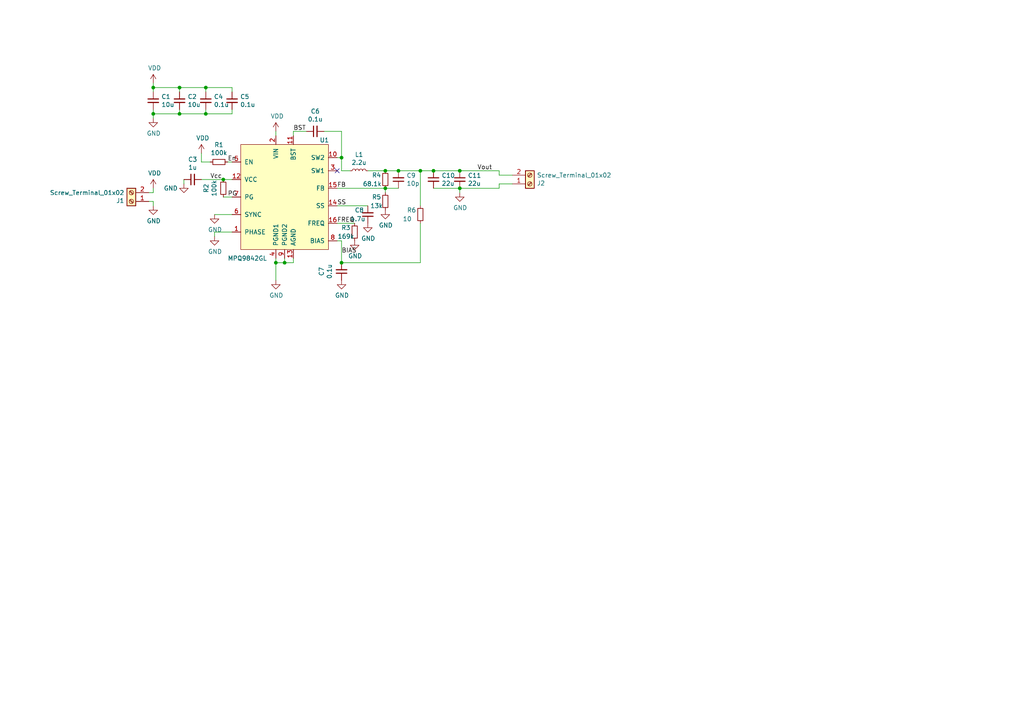
<source format=kicad_sch>
(kicad_sch (version 20211123) (generator eeschema)
  (paper "A4")
  (lib_symbols
    (symbol "Connector:Screw_Terminal_01x02" (pin_names (offset 1.016) hide)
      (property "Reference" "J" (at 0 2.54 0))
      (property "Value" "Screw_Terminal_01x02" (at 0 -5.08 0))
      (symbol "Screw_Terminal_01x02_1_1"
        (rectangle (start -1.27 1.27) (end 1.27 -3.81) (stroke (width 0.254)) (fill (type background)))
        (circle (center 0 -2.54) (radius 0.635) (stroke (width 0.1524)))
        (polyline (pts (xy -0.5334 -2.2098) (xy 0.3302 -3.048)) (stroke (width 0.1524)))
        (polyline (pts (xy -0.5334 0.3302) (xy 0.3302 -0.508)) (stroke (width 0.1524)))
        (polyline (pts (xy -0.3556 -2.032) (xy 0.508 -2.8702)) (stroke (width 0.1524)))
        (polyline (pts (xy -0.3556 0.508) (xy 0.508 -0.3302)) (stroke (width 0.1524)))
        (circle (center 0 0) (radius 0.635) (stroke (width 0.1524)))
        (pin passive line (at -5.08 0 0) (length 3.81) (name "Pin_1") (number "1"))
        (pin passive line (at -5.08 -2.54 0) (length 3.81) (name "Pin_2") (number "2"))
      )
    )
    (symbol "Device:C_Small" (pin_numbers hide) (pin_names (offset 0.254) hide)
      (property "Reference" "C" (at 0.254 1.778 0))
      (property "Value" "C_Small" (at 0.254 -2.032 0))
      (symbol "C_Small_0_1"
        (polyline (pts (xy -1.524 -0.508) (xy 1.524 -0.508)) (stroke (width 0.3302)))
        (polyline (pts (xy -1.524 0.508) (xy 1.524 0.508)) (stroke (width 0.3048)))
      )
      (symbol "C_Small_1_1"
        (pin passive line (at 0 2.54 270) (length 2.032) (name "~") (number "1"))
        (pin passive line (at 0 -2.54 90) (length 2.032) (name "~") (number "2"))
      )
    )
    (symbol "Device:L_Small" (pin_numbers hide) (pin_names (offset 0.254) hide)
      (property "Reference" "L" (at 0.762 1.016 0))
      (property "Value" "L_Small" (at 0.762 -1.016 0))
      (symbol "L_Small_0_1"
        (arc (start 0 -2.032) (mid 0.508 -1.524) (end 0 -1.016))
        (arc (start 0 -1.016) (mid 0.508 -0.508) (end 0 0))
        (arc (start 0 0) (mid 0.508 0.508) (end 0 1.016))
        (arc (start 0 1.016) (mid 0.508 1.524) (end 0 2.032))
      )
      (symbol "L_Small_1_1"
        (pin passive line (at 0 2.54 270) (length 0.508) (name "~") (number "1"))
        (pin passive line (at 0 -2.54 90) (length 0.508) (name "~") (number "2"))
      )
    )
    (symbol "Device:R_Small" (pin_numbers hide) (pin_names (offset 0.254) hide)
      (property "Reference" "R" (at 0.762 0.508 0))
      (property "Value" "R_Small" (at 0.762 -1.016 0))
      (symbol "R_Small_0_1"
        (rectangle (start -0.762 1.778) (end 0.762 -1.778) (stroke (width 0.2032)))
      )
      (symbol "R_Small_1_1"
        (pin passive line (at 0 2.54 270) (length 0.762) (name "~") (number "1"))
        (pin passive line (at 0 -2.54 90) (length 0.762) (name "~") (number "2"))
      )
    )
    (symbol "buck_lib:MPQ9842GL" (pin_names (offset 1.016))
      (property "Reference" "U" (at 10.16 17.78 0))
      (property "Value" "MPQ9842GL" (at -11.43 -16.51 0))
      (symbol "MPQ9842GL_0_1"
        (rectangle (start -12.7 15.24) (end 12.7 -15.24) (fill (type background)))
      )
      (symbol "MPQ9842GL_1_1"
        (pin input line (at -15.24 -10.16 0) (length 2.54) (name "PHASE") (number "1"))
        (pin input line (at 15.24 11.43 180) (length 2.54) (name "SW2") (number "10"))
        (pin input line (at 2.54 17.78 270) (length 2.54) (name "BST") (number "11"))
        (pin input line (at -15.24 5.08 0) (length 2.54) (name "VCC") (number "12"))
        (pin input line (at 2.54 -17.78 90) (length 2.54) (name "AGND") (number "13"))
        (pin input line (at 15.24 -2.54 180) (length 2.54) (name "SS") (number "14"))
        (pin input line (at 15.24 2.54 180) (length 2.54) (name "FB") (number "15"))
        (pin input line (at 15.24 -7.62 180) (length 2.54) (name "FREQ") (number "16"))
        (pin input line (at -2.54 17.78 270) (length 2.54) (name "VIN") (number "2"))
        (pin input line (at 15.24 7.62 180) (length 2.54) (name "SW1") (number "3"))
        (pin input line (at -2.54 -17.78 90) (length 2.54) (name "PGND1") (number "4"))
        (pin input line (at -15.24 10.16 0) (length 2.54) (name "EN") (number "5"))
        (pin input line (at -15.24 -5.08 0) (length 2.54) (name "SYNC") (number "6"))
        (pin input line (at -15.24 0 0) (length 2.54) (name "PG") (number "7"))
        (pin input line (at 15.24 -12.7 180) (length 2.54) (name "BIAS") (number "8"))
        (pin input line (at 0 -17.78 90) (length 2.54) (name "PGND2") (number "9"))
      )
    )
    (symbol "power:GND" (power) (pin_names (offset 0))
      (property "Value" "GND" (at 0 -3.81 0))
      (symbol "GND_0_1"
        (polyline (pts (xy 0 0) (xy 0 -1.27) (xy 1.27 -1.27) (xy 0 -2.54) (xy -1.27 -1.27) (xy 0 -1.27)))
      )
      (symbol "GND_1_1"
        (pin power_in line (at 0 0 270) (length 0) hide (name "GND") (number "1"))
      )
    )
    (symbol "power:VDD" (power) (pin_names (offset 0))
      (property "Value" "VDD" (at 0 3.81 0))
      (symbol "VDD_0_1"
        (polyline (pts (xy -0.762 1.27) (xy 0 2.54)))
        (polyline (pts (xy 0 0) (xy 0 2.54)))
        (polyline (pts (xy 0 2.54) (xy 0.762 1.27)))
      )
      (symbol "VDD_1_1"
        (pin power_in line (at 0 0 90) (length 0) hide (name "VDD") (number "1"))
      )
    )
  )
  (junction (at 44.45 33.02))
  (junction (at 44.45 25.4))
  (junction (at 82.55 76.2))
  (junction (at 59.69 33.02))
  (junction (at 125.73 49.53))
  (junction (at 64.77 52.07))
  (junction (at 99.06 45.72))
  (junction (at 133.35 54.61))
  (junction (at 52.07 25.4))
  (junction (at 52.07 33.02))
  (junction (at 133.35 49.53))
  (junction (at 111.76 49.53))
  (junction (at 115.57 49.53))
  (junction (at 111.76 54.61))
  (junction (at 80.01 76.2))
  (junction (at 59.69 25.4))
  (junction (at 99.06 76.2))
  (junction (at 121.92 49.53))
  (no_connect (at 97.79 49.53))
  (wire (pts (xy 67.31 25.4) (xy 67.31 26.67)))
  (wire (pts (xy 80.01 76.2) (xy 80.01 81.28)))
  (wire (pts (xy 106.68 49.53) (xy 111.76 49.53)))
  (wire (pts (xy 62.23 62.23) (xy 67.31 62.23)))
  (wire (pts (xy 133.35 54.61) (xy 144.78 54.61)))
  (wire (pts (xy 59.69 25.4) (xy 67.31 25.4)))
  (wire (pts (xy 82.55 76.2) (xy 82.55 74.93)))
  (wire (pts (xy 52.07 25.4) (xy 59.69 25.4)))
  (wire (pts (xy 53.34 53.34) (xy 53.34 52.07)))
  (wire (pts (xy 66.04 46.99) (xy 67.31 46.99)))
  (wire (pts (xy 111.76 55.88) (xy 111.76 54.61)))
  (wire (pts (xy 133.35 55.88) (xy 133.35 54.61)))
  (wire (pts (xy 125.73 54.61) (xy 133.35 54.61)))
  (wire (pts (xy 121.92 49.53) (xy 115.57 49.53)))
  (wire (pts (xy 44.45 33.02) (xy 44.45 31.75)))
  (wire (pts (xy 97.79 45.72) (xy 99.06 45.72)))
  (wire (pts (xy 59.69 33.02) (xy 67.31 33.02)))
  (wire (pts (xy 85.09 39.37) (xy 85.09 38.1)))
  (wire (pts (xy 93.98 38.1) (xy 99.06 38.1)))
  (wire (pts (xy 111.76 54.61) (xy 115.57 54.61)))
  (wire (pts (xy 43.18 55.88) (xy 44.45 55.88)))
  (wire (pts (xy 99.06 49.53) (xy 101.6 49.53)))
  (wire (pts (xy 115.57 49.53) (xy 111.76 49.53)))
  (wire (pts (xy 44.45 25.4) (xy 44.45 24.13)))
  (wire (pts (xy 44.45 25.4) (xy 52.07 25.4)))
  (wire (pts (xy 85.09 76.2) (xy 85.09 74.93)))
  (wire (pts (xy 133.35 49.53) (xy 144.78 49.53)))
  (wire (pts (xy 80.01 76.2) (xy 82.55 76.2)))
  (wire (pts (xy 62.23 67.31) (xy 67.31 67.31)))
  (wire (pts (xy 121.92 49.53) (xy 125.73 49.53)))
  (wire (pts (xy 144.78 50.8) (xy 144.78 49.53)))
  (wire (pts (xy 44.45 58.42) (xy 43.18 58.42)))
  (wire (pts (xy 125.73 49.53) (xy 133.35 49.53)))
  (wire (pts (xy 44.45 55.88) (xy 44.45 54.61)))
  (wire (pts (xy 58.42 46.99) (xy 60.96 46.99)))
  (wire (pts (xy 99.06 45.72) (xy 99.06 49.53)))
  (wire (pts (xy 111.76 54.61) (xy 97.79 54.61)))
  (wire (pts (xy 99.06 45.72) (xy 99.06 38.1)))
  (wire (pts (xy 58.42 44.45) (xy 58.42 46.99)))
  (wire (pts (xy 59.69 33.02) (xy 59.69 31.75)))
  (wire (pts (xy 121.92 49.53) (xy 121.92 59.69)))
  (wire (pts (xy 102.87 64.77) (xy 97.79 64.77)))
  (wire (pts (xy 44.45 26.67) (xy 44.45 25.4)))
  (wire (pts (xy 144.78 53.34) (xy 144.78 54.61)))
  (wire (pts (xy 85.09 38.1) (xy 88.9 38.1)))
  (wire (pts (xy 52.07 26.67) (xy 52.07 25.4)))
  (wire (pts (xy 44.45 34.29) (xy 44.45 33.02)))
  (wire (pts (xy 58.42 52.07) (xy 64.77 52.07)))
  (wire (pts (xy 44.45 59.69) (xy 44.45 58.42)))
  (wire (pts (xy 67.31 33.02) (xy 67.31 31.75)))
  (wire (pts (xy 121.92 64.77) (xy 121.92 76.2)))
  (wire (pts (xy 80.01 39.37) (xy 80.01 38.1)))
  (wire (pts (xy 148.59 53.34) (xy 144.78 53.34)))
  (wire (pts (xy 52.07 33.02) (xy 52.07 31.75)))
  (wire (pts (xy 59.69 26.67) (xy 59.69 25.4)))
  (wire (pts (xy 99.06 69.85) (xy 97.79 69.85)))
  (wire (pts (xy 52.07 33.02) (xy 59.69 33.02)))
  (wire (pts (xy 62.23 68.58) (xy 62.23 67.31)))
  (wire (pts (xy 80.01 74.93) (xy 80.01 76.2)))
  (wire (pts (xy 148.59 50.8) (xy 144.78 50.8)))
  (wire (pts (xy 67.31 57.15) (xy 64.77 57.15)))
  (wire (pts (xy 44.45 33.02) (xy 52.07 33.02)))
  (wire (pts (xy 121.92 76.2) (xy 99.06 76.2)))
  (wire (pts (xy 106.68 59.69) (xy 97.79 59.69)))
  (wire (pts (xy 67.31 52.07) (xy 64.77 52.07)))
  (wire (pts (xy 99.06 69.85) (xy 99.06 76.2)))
  (wire (pts (xy 82.55 76.2) (xy 85.09 76.2)))
  (label "Vout" (at 138.43 49.53 0))
  (label "SS" (at 97.79 59.69 0))
  (label "BIAS" (at 99.06 73.66 0))
  (label "Vcc" (at 60.96 52.07 0))
  (label "PG" (at 66.04 57.15 0))
  (label "FB" (at 97.79 54.61 0))
  (label "BST" (at 85.09 38.1 0))
  (label "En" (at 66.04 46.99 0))
  (label "FREQ" (at 97.79 64.77 0))
  (symbol (lib_id "Device:R_Small") (at 63.5 46.99 90) (unit 1)
    (property "Reference" "R1" (at 63.5 42.0116 90))
    (property "Value" "100k" (at 63.5 44.323 90))
    (property "Footprint" "Resistor_SMD:R_0603_1608Metric" (effects hide))
  )
  (symbol (lib_id "Device:C_Small") (at 44.45 29.21 0) (unit 1)
    (property "Reference" "C1" (at 46.7868 28.0416 0) (effects (justify left)))
    (property "Value" "10u" (at 46.7868 30.353 0) (effects (justify left)))
    (property "Footprint" "Capacitor_SMD:C_1206_3216Metric" (effects hide))
  )
  (symbol (lib_id "Connector:Screw_Terminal_01x02") (at 38.1 58.42 180) (unit 1)
    (property "Reference" "J1" (at 36.068 58.2168 0) (effects (justify left)))
    (property "Value" "Screw_Terminal_01x02" (at 36.068 55.9054 0) (effects (justify left)))
    (property "Footprint" "TerminalBlock_Phoenix:TerminalBlock_Phoenix_MPT-0,5-2-2.54_1x02_P2.54mm_Horizontal" (effects hide))
  )
  (symbol (lib_id "Connector:Screw_Terminal_01x02") (at 153.67 53.34 0) (mirror x) (unit 1)
    (property "Reference" "J2" (at 155.702 53.1368 0) (effects (justify left)))
    (property "Value" "Screw_Terminal_01x02" (at 155.702 50.8254 0) (effects (justify left)))
    (property "Footprint" "TerminalBlock_Phoenix:TerminalBlock_Phoenix_MPT-0,5-2-2.54_1x02_P2.54mm_Horizontal" (effects hide))
  )
  (symbol (lib_id "power:GND") (at 44.45 34.29 0) (unit 1)
    (property "Reference" "#PWR0101" (effects hide))
    (property "Value" "GND" (at 44.577 38.6842 0))
  )
  (symbol (lib_id "Device:C_Small") (at 52.07 29.21 0) (unit 1)
    (property "Reference" "C2" (at 54.4068 28.0416 0) (effects (justify left)))
    (property "Value" "10u" (at 54.4068 30.353 0) (effects (justify left)))
    (property "Footprint" "Capacitor_SMD:C_1206_3216Metric" (effects hide))
  )
  (symbol (lib_id "Device:C_Small") (at 59.69 29.21 0) (unit 1)
    (property "Reference" "C4" (at 62.0268 28.0416 0) (effects (justify left)))
    (property "Value" "0.1u" (at 62.0268 30.353 0) (effects (justify left)))
    (property "Footprint" "Capacitor_SMD:C_0603_1608Metric" (effects hide))
  )
  (symbol (lib_id "Device:C_Small") (at 67.31 29.21 0) (unit 1)
    (property "Reference" "C5" (at 69.6468 28.0416 0) (effects (justify left)))
    (property "Value" "0.1u" (at 69.6468 30.353 0) (effects (justify left)))
    (property "Footprint" "Capacitor_SMD:C_0603_1608Metric" (effects hide))
  )
  (symbol (lib_id "power:VDD") (at 44.45 24.13 0) (unit 1)
    (property "Reference" "#PWR0102" (effects hide))
    (property "Value" "VDD" (at 44.831 19.7358 0))
  )
  (symbol (lib_id "power:VDD") (at 58.42 44.45 0) (unit 1)
    (property "Reference" "#PWR0103" (effects hide))
    (property "Value" "VDD" (at 58.801 40.0558 0))
  )
  (symbol (lib_id "Device:R_Small") (at 64.77 54.61 180) (unit 1)
    (property "Reference" "R2" (at 59.7916 54.61 90))
    (property "Value" "100k" (at 62.103 54.61 90))
    (property "Footprint" "Resistor_SMD:R_0603_1608Metric" (effects hide))
  )
  (symbol (lib_id "Device:C_Small") (at 55.88 52.07 90) (unit 1)
    (property "Reference" "C3" (at 55.88 46.2534 90))
    (property "Value" "1u" (at 55.88 48.5648 90))
    (property "Footprint" "Capacitor_SMD:C_0603_1608Metric" (effects hide))
  )
  (symbol (lib_id "power:GND") (at 53.34 53.34 0) (unit 1)
    (property "Reference" "#PWR0113" (effects hide))
    (property "Value" "GND" (at 49.53 54.61 0))
  )
  (symbol (lib_id "power:GND") (at 80.01 81.28 0) (unit 1)
    (property "Reference" "#PWR0104" (effects hide))
    (property "Value" "GND" (at 80.137 85.6742 0))
  )
  (symbol (lib_id "power:VDD") (at 80.01 38.1 0) (unit 1)
    (property "Reference" "#PWR0105" (effects hide))
    (property "Value" "VDD" (at 80.391 33.7058 0))
  )
  (symbol (lib_id "Device:C_Small") (at 91.44 38.1 90) (unit 1)
    (property "Reference" "C6" (at 91.44 32.2834 90))
    (property "Value" "0.1u" (at 91.44 34.5948 90))
    (property "Footprint" "Capacitor_SMD:C_0603_1608Metric" (effects hide))
  )
  (symbol (lib_id "Device:L_Small") (at 104.14 49.53 90) (unit 1)
    (property "Reference" "L1" (at 104.14 44.831 90))
    (property "Value" "2.2u" (at 104.14 47.1424 90))
    (property "Footprint" "Inductor_SMD:L_Sunlord_MWSA0518_5.4x5.2mm" (effects hide))
  )
  (symbol (lib_id "Device:C_Small") (at 99.06 78.74 180) (unit 1)
    (property "Reference" "C7" (at 93.2434 78.74 90))
    (property "Value" "0.1u" (at 95.5548 78.74 90))
    (property "Footprint" "Capacitor_SMD:C_0603_1608Metric" (effects hide))
  )
  (symbol (lib_id "power:GND") (at 99.06 81.28 0) (unit 1)
    (property "Reference" "#PWR0106" (effects hide))
    (property "Value" "GND" (at 99.187 85.6742 0))
  )
  (symbol (lib_id "Device:R_Small") (at 102.87 67.31 180) (unit 1)
    (property "Reference" "R3" (at 100.33 66.04 0))
    (property "Value" "169k" (at 100.33 68.58 0))
    (property "Footprint" "Resistor_SMD:R_0603_1608Metric" (effects hide))
  )
  (symbol (lib_id "power:GND") (at 102.87 69.85 0) (unit 1)
    (property "Reference" "#PWR0107" (effects hide))
    (property "Value" "GND" (at 102.997 74.2442 0))
  )
  (symbol (lib_id "Device:C_Small") (at 106.68 62.23 180) (unit 1)
    (property "Reference" "C8" (at 102.87 60.96 0) (effects (justify right)))
    (property "Value" "4.7u" (at 101.6 63.5 0) (effects (justify right)))
    (property "Footprint" "Capacitor_SMD:C_0603_1608Metric" (effects hide))
  )
  (symbol (lib_id "power:GND") (at 106.68 64.77 0) (unit 1)
    (property "Reference" "#PWR0108" (effects hide))
    (property "Value" "GND" (at 106.807 69.1642 0))
  )
  (symbol (lib_id "Device:R_Small") (at 111.76 52.07 180) (unit 1)
    (property "Reference" "R4" (at 109.22 50.8 0))
    (property "Value" "68.1k" (at 107.95 53.34 0))
    (property "Footprint" "Resistor_SMD:R_0603_1608Metric" (effects hide))
  )
  (symbol (lib_id "Device:R_Small") (at 111.76 58.42 180) (unit 1)
    (property "Reference" "R5" (at 109.22 57.15 0))
    (property "Value" "13k" (at 109.22 59.69 0))
    (property "Footprint" "Resistor_SMD:R_0603_1608Metric" (effects hide))
  )
  (symbol (lib_id "Device:C_Small") (at 115.57 52.07 180) (unit 1)
    (property "Reference" "C9" (at 117.9068 50.9016 0) (effects (justify right)))
    (property "Value" "10p" (at 117.9068 53.213 0) (effects (justify right)))
    (property "Footprint" "Capacitor_SMD:C_0603_1608Metric" (effects hide))
  )
  (symbol (lib_id "Device:R_Small") (at 121.92 62.23 180) (unit 1)
    (property "Reference" "R6" (at 119.38 60.96 0))
    (property "Value" "10" (at 118.11 63.5 0))
    (property "Footprint" "Resistor_SMD:R_0603_1608Metric" (effects hide))
  )
  (symbol (lib_id "power:GND") (at 111.76 60.96 0) (unit 1)
    (property "Reference" "#PWR0109" (effects hide))
    (property "Value" "GND" (at 111.887 65.3542 0))
  )
  (symbol (lib_id "Device:C_Small") (at 125.73 52.07 0) (unit 1)
    (property "Reference" "C10" (at 128.0668 50.9016 0) (effects (justify left)))
    (property "Value" "22u" (at 128.0668 53.213 0) (effects (justify left)))
    (property "Footprint" "Capacitor_SMD:C_0805_2012Metric" (effects hide))
  )
  (symbol (lib_id "Device:C_Small") (at 133.35 52.07 0) (unit 1)
    (property "Reference" "C11" (at 135.6868 50.9016 0) (effects (justify left)))
    (property "Value" "22u" (at 135.6868 53.213 0) (effects (justify left)))
    (property "Footprint" "Capacitor_SMD:C_0805_2012Metric" (effects hide))
  )
  (symbol (lib_id "power:GND") (at 133.35 55.88 0) (unit 1)
    (property "Reference" "#PWR0110" (effects hide))
    (property "Value" "GND" (at 133.477 60.2742 0))
  )
  (symbol (lib_id "power:GND") (at 44.45 59.69 0) (unit 1)
    (property "Reference" "#PWR0111" (effects hide))
    (property "Value" "GND" (at 44.577 64.0842 0))
  )
  (symbol (lib_id "power:VDD") (at 44.45 54.61 0) (unit 1)
    (property "Reference" "#PWR0112" (effects hide))
    (property "Value" "VDD" (at 44.831 50.2158 0))
  )
  (symbol (lib_id "power:GND") (at 62.23 68.58 0) (unit 1)
    (property "Reference" "#PWR0114" (effects hide))
    (property "Value" "GND" (at 62.357 72.9742 0))
  )
  (symbol (lib_id "buck_lib:MPQ9842GL") (at 82.55 57.15 0) (unit 1)
    (property "Reference" "U1" (at 92.71 40.64 0) (effects (justify left)))
    (property "Value" "MPQ9842GL" (at 66.04 74.93 0) (effects (justify left)))
    (property "Footprint" "buck_foot_lib:MPQ9842GL-Z" (effects hide))
  )
  (symbol (lib_id "power:GND") (at 62.23 62.23 0) (unit 1)
    (property "Reference" "#PWR0115" (effects hide))
    (property "Value" "GND" (at 62.357 66.6242 0))
  )
)
</source>
